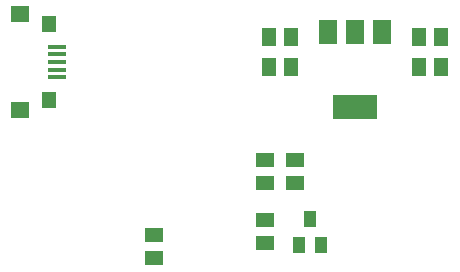
<source format=gbr>
G04 EAGLE Gerber RS-274X export*
G75*
%MOMM*%
%FSLAX34Y34*%
%LPD*%
%INSolderpaste Top*%
%IPPOS*%
%AMOC8*
5,1,8,0,0,1.08239X$1,22.5*%
G01*
%ADD10R,1.300000X1.500000*%
%ADD11R,1.500000X2.000000*%
%ADD12R,3.800000X2.000000*%
%ADD13R,1.000000X1.400000*%
%ADD14R,1.500000X1.300000*%
%ADD15R,1.600000X0.400000*%
%ADD16R,1.500000X1.400000*%
%ADD17R,1.200000X1.400000*%


D10*
X250800Y215900D03*
X231800Y215900D03*
X250800Y190500D03*
X231800Y190500D03*
X358800Y215900D03*
X377800Y215900D03*
X358800Y190500D03*
X377800Y190500D03*
D11*
X327800Y219460D03*
X304800Y219460D03*
X281800Y219460D03*
D12*
X304800Y156460D03*
D13*
X266700Y61800D03*
X276200Y39800D03*
X257200Y39800D03*
D14*
X228600Y60300D03*
X228600Y41300D03*
X134620Y47600D03*
X134620Y28600D03*
X228600Y92100D03*
X228600Y111100D03*
X254000Y111100D03*
X254000Y92100D03*
D15*
X52070Y181310D03*
X52070Y187810D03*
X52070Y194310D03*
X52070Y200810D03*
X52070Y207310D03*
D16*
X20970Y234810D03*
X20970Y153810D03*
D17*
X46070Y226810D03*
X46070Y161810D03*
M02*

</source>
